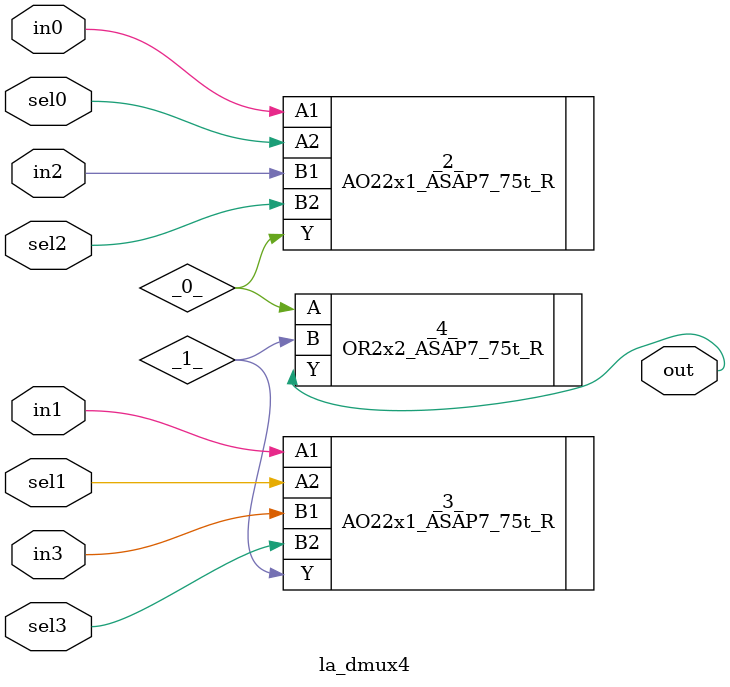
<source format=v>

/* Generated by Yosys 0.44 (git sha1 80ba43d26, g++ 11.4.0-1ubuntu1~22.04 -fPIC -O3) */

(* top =  1  *)
(* src = "generated" *)
module la_dmux4 (
    sel3,
    sel2,
    sel1,
    sel0,
    in3,
    in2,
    in1,
    in0,
    out
);
  wire _0_;
  wire _1_;
  (* src = "generated" *)
  input in0;
  wire in0;
  (* src = "generated" *)
  input in1;
  wire in1;
  (* src = "generated" *)
  input in2;
  wire in2;
  (* src = "generated" *)
  input in3;
  wire in3;
  (* src = "generated" *)
  output out;
  wire out;
  (* src = "generated" *)
  input sel0;
  wire sel0;
  (* src = "generated" *)
  input sel1;
  wire sel1;
  (* src = "generated" *)
  input sel2;
  wire sel2;
  (* src = "generated" *)
  input sel3;
  wire sel3;
  AO22x1_ASAP7_75t_R _2_ (
      .A1(in0),
      .A2(sel0),
      .B1(in2),
      .B2(sel2),
      .Y (_0_)
  );
  AO22x1_ASAP7_75t_R _3_ (
      .A1(in1),
      .A2(sel1),
      .B1(in3),
      .B2(sel3),
      .Y (_1_)
  );
  OR2x2_ASAP7_75t_R _4_ (
      .A(_0_),
      .B(_1_),
      .Y(out)
  );
endmodule

</source>
